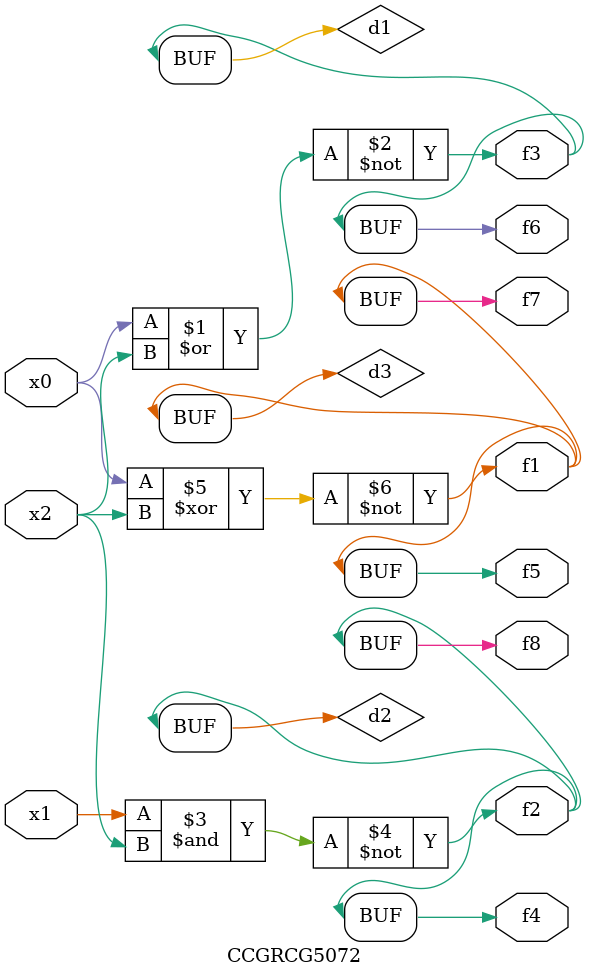
<source format=v>
module CCGRCG5072(
	input x0, x1, x2,
	output f1, f2, f3, f4, f5, f6, f7, f8
);

	wire d1, d2, d3;

	nor (d1, x0, x2);
	nand (d2, x1, x2);
	xnor (d3, x0, x2);
	assign f1 = d3;
	assign f2 = d2;
	assign f3 = d1;
	assign f4 = d2;
	assign f5 = d3;
	assign f6 = d1;
	assign f7 = d3;
	assign f8 = d2;
endmodule

</source>
